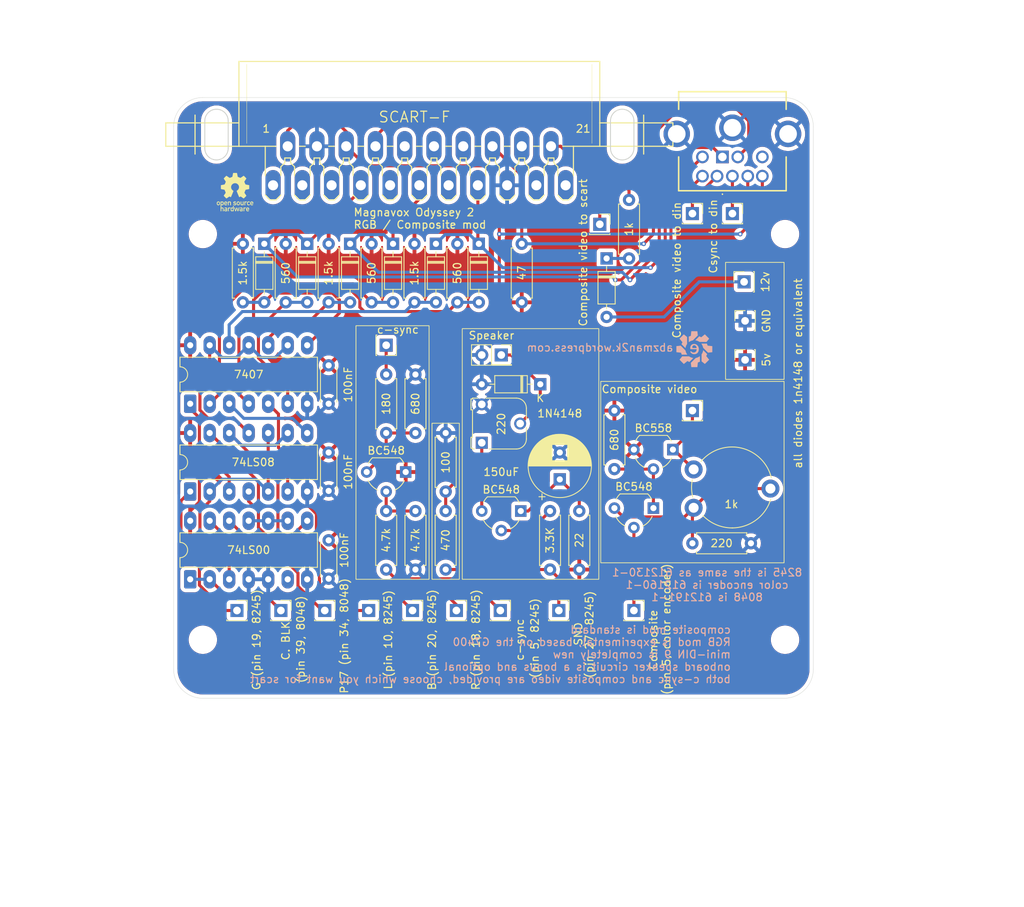
<source format=kicad_pcb>
(kicad_pcb (version 20241229) (generator "pcbnew") (generator_version "9.0")
  (layers (0 "F.Cu" signal) (2 "B.Cu" signal) (13 "F.Paste" user) (15 "B.Paste" user) (5 "F.SilkS" user "F.Silkscreen") (7 "B.SilkS" user "B.Silkscreen") (1 "F.Mask" user) (3 "B.Mask" user) (25 "Edge.Cuts" user))
  (net 0 "")
  (net 1 "+5V")
  (net 2 "GND")
  (net 3 "Net-(Q4-C)")
  (net 4 "Net-(D1-A)")
  (net 5 "Blue")
  (net 6 "Net-(D2-A)")
  (net 7 "Net-(D3-A)")
  (net 8 "Green")
  (net 9 "Net-(D4-A)")
  (net 10 "Red")
  (net 11 "Net-(D5-A)")
  (net 12 "Net-(D6-A)")
  (net 13 "+12V")
  (net 14 "Net-(D7-K)")
  (net 15 "Net-(D8-K)")
  (net 17 "left")
  (net 18 "Composite")
  (net 19 "fast switch")
  (net 20 "csync")
  (net 21 "Net-(J2-Pin_1)")
  (net 22 "Net-(J3-Pin_1)")
  (net 23 "Net-(J4-Pin_1)")
  (net 24 "Net-(J5-Pin_1)")
  (net 25 "Net-(J6-Pin_1)")
  (net 26 "Net-(J7-Pin_1)")
  (net 27 "Net-(J8-Pin_1)")
  (net 28 "Net-(J9-Pin_1)")
  (net 29 "Net-(J10-Pin_1)")
  (net 30 "Net-(J11-Pin_1)")
  (net 31 "Net-(J12-Pin_1)")
  (net 32 "Net-(Q1-B)")
  (net 33 "Net-(Q1-E)")
  (net 34 "Net-(Q2-E)")
  (net 35 "Net-(Q2-C)")
  (net 36 "Net-(Q4-B)")
  (net 37 "Net-(Q4-E)")
  (net 38 "function switch")
  (net 39 "Net-(U1-Pad3)")
  (net 40 "Net-(U1-Pad1)")
  (net 41 "Net-(U1-Pad5)")
  (net 42 "Net-(U1-Pad11)")
  (net 43 "Net-(U2-Pad13)")
  (net 44 "Net-(U2-Pad12)")
  (net 45 "Net-(U3-Pad10)")
  (net 58 "Composite_DIN")
  (footprint "Package_TO_SOT_THT:TO-92_Wide" (layer "F.Cu") (at 190.5 90.297 180)
    (property "Reference" "Q3" (hide yes))
    (property "Value" "BC558")
  )
  (footprint "Resistor_THT:R_Axial_DIN0207_L6.3mm_D2.5mm_P7.62mm_Horizontal" (layer "F.Cu") (at 170.815 63.5 -90)
    (property "Reference" "R3" (hide yes))
    (property "Value" "47")
  )
  (footprint "Connector_PinSocket_2.54mm:PinSocket_1x01_P2.54mm_Vertical" (layer "F.Cu") (at 193.04 85.217)
    (property "Reference" "J12" (hide yes))
    (property "Value" "Composite video")
  )
  (footprint "MountingHole:MountingHole_3.2mm_M3" (layer "F.Cu") (at 129.286 62.23)
    (property "Reference" "REF**" (hide yes))
    (property "Value" "MountingHole_3.2mm_M3")
  )
  (footprint "Evan's parts:KMDGX9SBS1" (layer "F.Cu") (at 196.947 52.187 180)
    (property "Reference" "J1" (hide yes))
    (property "Value" "KMDGX-9S-BS-1" (hide yes))
  )
  (footprint "MountingHole:MountingHole_3.2mm_M3" (layer "F.Cu") (at 129.286 115.062)
    (property "Reference" "REF**" (hide yes))
    (property "Value" "MountingHole_3.2mm_M3")
  )
  (footprint "Diode_THT:D_DO-35_SOD27_P7.62mm_Horizontal" (layer "F.Cu") (at 137.287 63.5 -90)
    (property "Reference" "D1" (hide yes))
    (property "Value" "1N4148" (hide yes))
  )
  (footprint "Resistor_THT:R_Axial_DIN0207_L6.3mm_D2.5mm_P7.62mm_Horizontal" (layer "F.Cu") (at 156.972 80.518 -90)
    (property "Reference" "R6" (hide yes))
    (property "Value" "680")
  )
  (footprint "Capacitor_THT:C_Disc_D4.3mm_W1.9mm_P5.00mm" (layer "F.Cu") (at 145.669 90.678 -90)
    (property "Reference" "C2" (hide yes))
    (property "Value" "100nF")
  )
  (footprint "Resistor_THT:R_Axial_DIN0207_L6.3mm_D2.5mm_P7.62mm_Horizontal" (layer "F.Cu") (at 156.845 71.12 90)
    (property "Reference" "R13" (hide yes))
    (property "Value" "1.5k")
  )
  (footprint "Resistor_THT:R_Axial_DIN0207_L6.3mm_D2.5mm_P7.62mm_Horizontal" (layer "F.Cu") (at 174.498 105.918 90)
    (property "Reference" "R17" (hide yes))
    (property "Value" "3.3K")
  )
  (footprint "Resistor_THT:R_Axial_DIN0207_L6.3mm_D2.5mm_P7.62mm_Horizontal" (layer "F.Cu") (at 184.785 57.785 -90)
    (property "Reference" "R4" (hide yes))
    (property "Value" "1k")
  )
  (footprint "Resistor_THT:R_Axial_DIN0207_L6.3mm_D2.5mm_P7.62mm_Horizontal" (layer "F.Cu") (at 145.669 71.12 90)
    (property "Reference" "R11" (hide yes))
    (property "Value" "1.5k")
  )
  (footprint "Evan's parts:OSHW gear" (layer "F.Cu") (at 133.477 56.769)
    (property "Reference" "G***" (hide yes))
    (property "Value" "LOGO" (hide yes))
  )
  (footprint "Connector_PinSocket_2.54mm:PinSocket_1x01_P2.54mm_Vertical" (layer "F.Cu") (at 199.898 78.613 90)
    (property "Reference" "J14" (hide yes))
    (property "Value" "5v")
  )
  (footprint "Package_DIP:DIP-14_W7.62mm_LongPads" (layer "F.Cu") (at 127.635 84.328 90)
    (property "Reference" "U1" (hide yes))
    (property "Value" "7407")
  )
  (footprint "Resistor_THT:R_Axial_DIN0207_L6.3mm_D2.5mm_P7.62mm_Horizontal" (layer "F.Cu") (at 160.909 98.298 -90)
    (property "Reference" "R2" (hide yes))
    (property "Value" "470")
  )
  (footprint "Potentiometer_THT:Potentiometer_Runtron_RM-065_Vertical" (layer "F.Cu") (at 165.608 89.408 90)
    (property "Reference" "RV2" (hide yes))
    (property "Value" "220")
  )
  (footprint "Resistor_THT:R_Axial_DIN0207_L6.3mm_D2.5mm_P7.62mm_Horizontal" (layer "F.Cu") (at 153.162 98.298 -90)
    (property "Reference" "R7" (hide yes))
    (property "Value" "4.7k")
  )
  (footprint "Package_DIP:DIP-14_W7.62mm_LongPads" (layer "F.Cu") (at 127.635 95.758 90)
    (property "Reference" "U2" (hide yes))
    (property "Value" "74LS08")
  )
  (footprint "Package_TO_SOT_THT:TO-92_Wide" (layer "F.Cu") (at 155.702 93.218 180)
    (property "Reference" "Q1" (hide yes))
    (property "Value" "BC548")
  )
  (footprint "Connector_PinSocket_2.54mm:PinSocket_1x01_P2.54mm_Vertical" (layer "F.Cu") (at 180.975 60.96)
    (property "Reference" "J13" (hide yes))
    (property "Value" "Composite video to scart")
  )
  (footprint "Capacitor_THT:C_Disc_D4.3mm_W1.9mm_P5.00mm" (layer "F.Cu") (at 145.669 79.328 -90)
    (property "Reference" "C1" (hide yes))
    (property "Value" "100nF")
  )
  (footprint "Resistor_THT:R_Axial_DIN0207_L6.3mm_D2.5mm_P7.62mm_Horizontal" (layer "F.Cu") (at 162.433 71.12 90)
    (property "Reference" "R14" (hide yes))
    (property "Value" "560")
  )
  (footprint "Connector_PinSocket_2.54mm:PinSocket_1x01_P2.54mm_Vertical" (layer "F.Cu") (at 139.446 111.252)
    (property "Reference" "J3" (hide yes))
    (property "Value" "C. BLK")
  )
  (footprint "MountingHole:MountingHole_3.2mm_M3" (layer "F.Cu") (at 205.105 115.062)
    (property "Reference" "REF**" (hide yes))
    (property "Value" "MountingHole_3.2mm_M3")
  )
  (footprint "Connector_PinSocket_2.54mm:PinSocket_1x01_P2.54mm_Vertical" (layer "F.Cu") (at 199.771 68.453 90)
    (property "Reference" "J15" (hide yes))
    (property "Value" "12v")
  )
  (footprint "Package_TO_SOT_THT:TO-92_Wide" (layer "F.Cu") (at 187.96 97.917 180)
    (property "Reference" "Q2" (hide yes))
    (property "Value" "BC548")
  )
  (footprint "Diode_THT:D_DO-35_SOD27_P7.62mm_Horizontal" (layer "F.Cu") (at 159.639 63.5 -90)
    (property "Reference" "D6" (hide yes))
    (property "Value" "1N4148" (hide yes))
  )
  (footprint "Connector_PinSocket_2.54mm:PinSocket_1x01_P2.54mm_Vertical" (layer "F.Cu") (at 185.42 111.252)
    (property "Reference" "J9" (hide yes))
    (property "Value" "Composite")
  )
  (footprint "Connector_PinSocket_2.54mm:PinSocket_1x01_P2.54mm_Vertical" (layer "F.Cu") (at 133.731 111.252)
    (property "Reference" "J7" (hide yes))
    (property "Value" "G (pin 19, 8245)")
  )
  (footprint "Capacitor_THT:C_Disc_D4.3mm_W1.9mm_P5.00mm" (layer "F.Cu") (at 145.669 102.108 -90)
    (property "Reference" "C3" (hide yes))
    (property "Value" "100nF")
  )
  (footprint "Diode_THT:D_DO-35_SOD27_P7.62mm_Horizontal" (layer "F.Cu") (at 142.875 63.5 -90)
    (property "Reference" "D2" (hide yes))
    (property "Value" "1N4148" (hide yes))
  )
  (footprint "Potentiometer_THT:Potentiometer_Piher_PT-10-V10_Vertical" (layer "F.Cu") (at 193.2 97.877)
    (property "Reference" "RV1" (hide yes))
    (property "Value" "1k")
  )
  (footprint "Connector_PinSocket_2.54mm:PinSocket_1x01_P2.54mm_Vertical" (layer "F.Cu") (at 199.898 73.533 90)
    (property "Reference" "J16" (hide yes))
    (property "Value" "GND")
  )
  (footprint "Diode_THT:D_DO-35_SOD27_P7.62mm_Horizontal" (layer "F.Cu") (at 181.864 65.405 -90)
    (property "Reference" "D7" (hide yes))
    (property "Value" "1N4148" (hide yes))
  )
  (footprint "Connector_PinSocket_2.54mm:PinSocket_1x01_P2.54mm_Vertical" (layer "F.Cu") (at 175.641 111.252)
    (property "Reference" "J2" (hide yes))
    (property "Value" "SND")
  )
  (footprint "Resistor_THT:R_Axial_DIN0207_L6.3mm_D2.5mm_P7.62mm_Horizontal" (layer "F.Cu") (at 178.308 98.298 -90)
    (property "Reference" "R18" (hide yes))
    (property "Value" "22")
  )
  (footprint "Connector_PinSocket_2.54mm:PinSocket_1x01_P2.54mm_Vertical" (layer "F.Cu") (at 193.04 59.563)
    (property "Reference" "J19" (hide yes))
    (property "Value" "Composite video to din")
  )
  (footprint "MountingHole:MountingHole_3.2mm_M3" (layer "F.Cu") (at 205.105 62.23)
    (property "Reference" "REF**" (hide yes))
    (property "Value" "MountingHole_3.2mm_M3")
  )
  (footprint "Resistor_THT:R_Axial_DIN0207_L6.3mm_D2.5mm_P7.62mm_Horizontal" (layer "F.Cu") (at 160.909 95.758 90)
    (property "Reference" "R1" (hide yes))
    (property "Value" "100")
  )
  (footprint "Resistor_THT:R_Axial_DIN0207_L6.3mm_D2.5mm_P7.62mm_Horizontal" (layer "F.Cu") (at 134.493 71.12 90)
    (property "Reference" "R10" (hide yes))
    (property "Value" "1.5k")
  )
  (footprint "Resistor_THT:R_Axial_DIN0207_L6.3mm_D2.5mm_P7.62mm_Horizontal" (layer "F.Cu") (at 140.081 71.12 90)
    (property "Reference" "R9" (hide yes))
    (property "Value" "560")
  )
  (footprint "Connector_PinSocket_2.54mm:PinSocket_1x01_P2.54mm_Vertical" (layer "F.Cu") (at 168.021 111.252)
    (property "Reference" "J10" (hide yes))
    (property "Value" "c-sync")
  )
  (footprint "Connector_PinSocket_2.54mm:PinSocket_1x01_P2.54mm_Vertical" (layer "F.Cu") (at 150.876 111.252)
    (property "Reference" "J4" (hide yes))
    (property "Value" "L (pin 10, 8245)")
  )
  (footprint "Connector_PinSocket_2.54mm:PinSocket_2x01_P2.54mm_Vertical" (layer "F.Cu") (at 168.148 77.978)
    (property "Reference" "LS1" (hide yes))
    (property "Value" "Speaker")
  )
  (footprint "Resistor_THT:R_Axial_DIN0207_L6.3mm_D2.5mm_P7.62mm_Horizontal" (layer "F.Cu") (at 156.972 105.918 90)
    (property "Reference" "R8" (hide yes))
    (property "Value" "4.7k")
  )
  (footprint "Resistor_THT:R_Axial_DIN0207_L6.3mm_D2.5mm_P7.62mm_Horizontal" (layer "F.Cu") (at 153.162 80.518 -90)
    (property "Reference" "R5" (hide yes))
    (property "Value" "180")
  )
  (footprint "Package_DIP:DIP-14_W7.62mm_LongPads" (layer "F.Cu") (at 127.635 107.188 90)
    (property "Reference" "U3" (hide yes))
    (property "Value" "74LS00")
  )
  (footprint "Diode_THT:D_DO-35_SOD27_P7.62mm_Horizontal" (layer "F.Cu") (at 154.051 63.5 -90)
    (property "Reference" "D3" (hide yes))
    (property "Value" "1N4148" (hide yes))
  )
  (footprint "Capacitor_THT:CP_Radial_D8.0mm_P3.50mm" (layer "F.Cu") (at 175.768 94.178 90)
    (property "Reference" "C4" (hide yes))
    (property "Value" "150uF")
  )
  (footprint "Resistor_THT:R_Axial_DIN0207_L6.3mm_D2.5mm_P7.62mm_Horizontal" (layer "F.Cu") (at 182.88 92.837 90)
    (property "Reference" "R16" (hide yes))
    (property "Value" "680")
  )
  (footprint "Connector_PinSocket_2.54mm:PinSocket_1x01_P2.54mm_Vertical" (layer "F.Cu") (at 145.161 111.252)
    (property "Reference" "J5" (hide yes))
    (property "Value" "P17 (pin 34, 8048)")
  )
  (footprint "Package_TO_SOT_THT:TO-92_Wide" (layer "F.Cu") (at 170.688 98.298 180)
    (property "Reference" "Q4" (hide yes))
    (property "Value" "BC548")
  )
  (footprint "Diode_THT:D_DO-35_SOD27_P7.62mm_Horizontal" (layer "F.Cu") (at 148.463 63.5 -90)
    (property "Reference" "D4" (hide yes))
    (property "Value" "1N4148" (hide yes))
  )
  (footprint "Diode_THT:D_DO-35_SOD27_P7.62mm_Horizontal" (layer "F.Cu") (at 165.227 63.5 -90)
    (property "Reference" "D5" (hide yes))
    (property "Value" "1N4148" (hide yes))
  )
  (footprint "Connector_PinSocket_2.54mm:PinSocket_1x01_P2.54mm_Vertical" (layer "F.Cu") (at 156.591 111.252)
    (property "Reference" "J8" (hide yes))
    (property "Value" "B (pin 20, 8245)")
  )
  (footprint "Connector_PinSocket_2.54mm:PinSocket_1x01_P2.54mm_Vertical" (layer "F.Cu") (at 198.247 59.563)
    (property "Reference" "J18" (hide yes))
    (property "Value" "Csync to din")
  )
  (footprint "Connector_PinSocket_2.54mm:PinSocket_1x01_P2.54mm_Vertical" (layer "F.Cu") (at 153.162 76.708 -90)
    (property "Reference" "J11" (hide yes))
    (property "Value" "c-sync")
  )
  (footprint "Resistor_THT:R_Axial_DIN0207_L6.3mm_D2.5mm_P7.62mm_Horizontal" (layer "F.Cu") (at 200.66 102.497 180)
    (property "Reference" "R15" (hide yes))
    (property "Value" "220")
  )
  (footprint "Resistor_THT:R_Axial_DIN0207_L6.3mm_D2.5mm_P7.62mm_Horizontal" (layer "F.Cu") (at 151.257 71.12 90)
    (property "Reference" "R12" (hide yes))
    (property "Value" "560")
  )
  (footprint "Connector_PinSocket_2.54mm:PinSocket_1x01_P2.54mm_Vertical" (layer "F.Cu") (at 162.306 111.252)
    (property "Reference" "J6" (hide yes))
    (property "Value" "R (pin 18, 8245)")
  )
  (footprint "Evan's parts:scart F" (layer "F.Cu") (at 138.48 55.8 180)
    (property "Reference" "J17" (hide yes))
    (property "Value" "SCART-F" (hide yes))
    (fp_line (start 8.94 4.746) (end 8.94 8.302) (stroke (width 0.12)) (layer "Edge.Cuts"))
    (fp_line (start 5.892 8.302) (end 5.892 4.746) (stroke (width 0.12)) (layer "Edge.Cuts"))
    (fp_line (start -43.892 4.746) (end -43.892 8.302) (stroke (width 0.12)) (layer "Edge.Cuts"))
    (fp_line (start -46.94 4.746) (end -46.94 8.302) (stroke (width 0.12)) (layer "Edge.Cuts"))
    (fp_arc (start 8.94 8.302) (mid 7.416 9.826) (end 5.892 8.302) (stroke (width 0.12)) (layer "Edge.Cuts"))
    (fp_arc (start 5.892 4.746) (mid 7.416 3.222) (end 8.94 4.746) (stroke (width 0.12)) (layer "Edge.Cuts"))
    (fp_arc (start -43.892 8.302) (mid -45.416 9.826) (end -46.94 8.302) (stroke (width 0.12)) (layer "Edge.Cuts"))
    (fp_arc (start -46.94 4.746) (mid -45.416 3.222) (end -43.892 4.746) (stroke (width 0.12)) (layer "Edge.Cuts"))
  )
  (footprint "Diode_THT:D_DO-35_SOD27_P7.62mm_Horizontal" (layer "F.Cu") (at 173.228 81.788 180)
    (property "Reference" "D8" (hide yes))
    (property "Value" "1N4148")
  )
  (footprint "Evan's parts:Evan Logo" (layer "B.Cu") (at 193.294 77.216 180)
    (property "Reference" "G***" (hide yes))
    (property "Value" "LOGO" (hide yes))
  )
  (gr_rect (start 163.068 74.549) (end 180.848 107.188) (stroke (width 0.1)) (fill no) (layer "F.SilkS"))
  (gr_rect (start 159.131 86.868) (end 162.687 107.188) (stroke (width 0.1)) (fill no) (layer "F.SilkS"))
  (gr_rect (start 197.358 65.913) (end 204.978 81.153) (stroke (width 0.1)) (fill no) (layer "F.SilkS"))
  (gr_rect (start 149.225 74.168) (end 158.75 107.188) (stroke (width 0.1)) (fill no) (layer "F.SilkS"))
  (gr_rect (start 181.102 81.415) (end 204.978 105.037) (stroke (width 0.1)) (fill no) (layer "F.SilkS"))
  (gr_line (start 208.788 118.872) (end 208.788 48.26) (stroke (width 0.05)) (layer "Edge.Cuts"))
  (gr_arc (start 125.476 48.26) (mid 126.591923 45.565923) (end 129.286 44.45) (stroke (width 0.05)) (layer "Edge.Cuts"))
  (gr_arc (start 204.978 44.45) (mid 207.672077 45.565923) (end 208.788 48.26) (stroke (width 0.05)) (layer "Edge.Cuts"))
  (gr_line (start 129.286 122.682) (end 204.978 122.682) (stroke (width 0.05)) (layer "Edge.Cuts"))
  (gr_line (start 129.286 44.45) (end 204.978 44.45) (stroke (width 0.05)) (layer "Edge.Cuts"))
  (gr_arc (start 129.286 122.682) (mid 126.591923 121.566077) (end 125.476 118.872) (stroke (width 0.05)) (layer "Edge.Cuts"))
  (gr_line (start 125.476 48.26) (end 125.476 118.872) (stroke (width 0.05)) (layer "Edge.Cuts"))
  (gr_arc (start 208.788 118.872) (mid 207.672077 121.566077) (end 204.978 122.682) (stroke (width 0.05)) (layer "Edge.Cuts"))
  (gr_text "(pin 39, 8048)" (at 142.621 120.777 90) (layer "F.SilkS") (effects (font (size 1 1)) (justify left bottom)))
  (gr_text "all diodes 1n4148 or equivalent" (at 207.391 92.837 90) (layer "F.SilkS") (effects (font (size 1 1)) (justify left bottom)))
  (gr_text "(pin 27, 8245)" (at 180.213 120.142 90) (layer "F.SilkS") (effects (font (size 1 1)) (justify left bottom)))
  (gr_text "(pin 5, 8245)" (at 173.101 120.142 90) (layer "F.SilkS") (effects (font (size 1 1)) (justify left bottom)))
  (gr_text "(pin 5, color encoder)" (at 190.246 122.309 90) (layer "F.SilkS") (effects (font (size 1 1)) (justify left bottom)))
  (gr_text "Magnavox Odyssey 2\nRGB / Composite mod" (at 148.844 61.595 0) (layer "F.SilkS") (effects (font (size 1 1)) (justify left bottom)))
  (gr_text "composite mod is standard\nRGB mod is experimental, based on the G7400\nmini-DIN 9 is completely new\nonboard speaker circuit is a bonus and optional\nboth c-sync and composite video are provided, choose which you want for scart" (at 198.12 120.777 0) (layer "B.SilkS") (effects (font (size 1 1)) (justify left bottom mirror)))
  (gr_text "8245 is the same as 612130-1\ncolor encoder is 612160-1\n8048 is 612191-1" (at 194.945 110.109 0) (layer "B.SilkS") (effects (font (size 1 1)) (justify bottom mirror)))
  (gr_text "abzman2k.wordpress.com" (at 190.627 77.597 0) (layer "B.SilkS") (effects (font (size 1 1)) (justify left bottom mirror)))
  (segment (start 127.635 90.747) (end 128.836 91.948) (width 0.4) (layer "F.Cu") (net 1))
  (segment (start 127.635 99.568) (end 127.635 98.298) (width 0.4) (layer "F.Cu") (net 1))
  (segment (start 128.836 97.097) (end 128.836 91.948) (width 0.4) (layer "F.Cu") (net 1))
  (segment (start 127.635 88.138) (end 127.635 90.747) (width 0.4) (layer "F.Cu") (net 1))
  (segment (start 127.635 98.298) (end 128.836 97.097) (width 0.4) (layer "F.Cu") (net 1))
  (segment (start 178.308 96.718) (end 175.768 94.178) (width 0.4) (layer "F.Cu") (net 3))
  (segment (start 170.688 98.298) (end 171.648 98.298) (width 0.4) (layer "F.Cu") (net 3))
  (segment (start 178.308 98.298) (end 178.308 96.718) (width 0.4) (layer "F.Cu") (net 3))
  (segment (start 171.648 98.298) (end 175.768 94.178) (width 0.4) (layer "F.Cu") (net 3))
  (segment (start 142.875 76.708) (end 147.066 72.517) (width 0.4) (layer "F.Cu") (net 4))
  (segment (start 147.066 72.517) (end 147.066 70.818529) (width 0.4) (layer "F.Cu") (net 4))
  (segment (start 146.166471 69.919) (end 138.488 69.919) (width 0.4) (layer "F.Cu") (net 4))
  (segment (start 147.066 70.818529) (end 146.166471 69.919) (width 0.4) (layer "F.Cu") (net 4))
  (segment (start 138.488 69.919) (end 137.287 71.12) (width 0.4) (layer "F.Cu") (net 4))
  (segment (start 134.493 71.12) (end 137.287 71.12) (width 0.4) (layer "B.Cu") (net 4))
  (segment (start 183.007 68.199) (end 183.769 68.199) (width 0.4) (layer "F.Cu") (net 5))
  (segment (start 183.769 68.199) (end 188.722 63.246) (width 0.4) (layer "F.Cu") (net 5))
  (segment (start 149.86 56.515) (end 149.86 55.88) (width 0.4) (layer "F.Cu") (net 5))
  (segment (start 188.722 63.246) (end 188.722 55.245) (width 0.4) (layer "F.Cu") (net 5))
  (segment (start 193.006 50.961) (end 195.721 50.961) (width 0.4) (layer "F.Cu") (net 5))
  (segment (start 142.875 63.5) (end 149.86 56.515) (width 0.4) (layer "F.Cu") (net 5))
  (segment (start 188.722 55.245) (end 193.006 50.961) (width 0.4) (layer "F.Cu") (net 5))
  (segment (start 195.721 50.961) (end 196.947 52.187) (width 0.4) (layer "F.Cu") (net 5))
  (via (at 183.007 68.199) (size 0.6) (drill 0.3) (layers "F.Cu" "B.Cu") (net 5))
  (segment (start 182.616 67.808) (end 183.007 68.199) (width 0.4) (layer "B.Cu") (net 5))
  (segment (start 138.488 62.299) (end 137.287 63.5) (width 0.4) (layer "B.Cu") (net 5))
  (segment (start 137.287 63.5) (end 141.605 67.818) (width 0.4) (layer "B.Cu") (net 5))
  (segment (start 161.3 67.808) (end 182.118 67.808) (width 0.4) (layer "B.Cu") (net 5))
  (segment (start 160.909 67.818) (end 161.29 67.818) (width 0.4) (layer "B.Cu") (net 5))
  (segment (start 141.674 62.299) (end 138.488 62.299) (width 0.4) (layer "B.Cu") (net 5))
  (segment (start 161.29 67.818) (end 161.3 67.808) (width 0.4) (layer "B.Cu") (net 5))
  (segment (start 182.118 67.808) (end 182.616 67.808) (width 0.4) (layer "B.Cu") (net 5))
  (segment (start 141.605 67.818) (end 160.909 67.818) (width 0.4) (layer "B.Cu") (net 5))
  (segment (start 142.875 63.5) (end 141.674 62.299) (width 0.4) (layer "B.Cu") (net 5))
  (segment (start 136.525 74.676) (end 140.081 71.12) (width 0.4) (layer "F.Cu") (net 6))
  (segment (start 136.525 78.359) (end 136.525 74.676) (width 0.4) (layer "F.Cu") (net 6))
  (segment (start 140.335 82.169) (end 136.525 78.359) (width 0.4) (layer "F.Cu") (net 6))
  (segment (start 140.335 84.328) (end 140.335 82.169) (width 0.4) (layer "F.Cu") (net 6))
  (segment (start 140.081 71.12) (end 142.875 71.12) (width 0.4) (layer "B.Cu") (net 6))
  (segment (start 135.19753 68.717) (end 131.445 72.469529) (width 0.4) (layer "F.Cu") (net 7))
  (segment (start 131.445 72.469529) (end 131.445 83.058) (width 0.4) (layer "F.Cu") (net 7))
  (segment (start 151.257 71.12) (end 148.854 68.717) (width 0.4) (layer "F.Cu") (net 7))
  (segment (start 148.854 68.717) (end 135.19753 68.717) (width 0.4) (layer "F.Cu") (net 7))
  (segment (start 131.445 83.058) (end 130.175 84.328) (width 0.4) (layer "F.Cu") (net 7))
  (segment (start 151.257 71.12) (end 154.051 71.12) (width 0.4) (layer "B.Cu") (net 7))
  (segment (start 184.912 68.199) (end 189.4975 63.6135) (width 0.4) (layer "F.Cu") (net 8))
  (segment (start 157.48 57.658) (end 157.48 55.88) (width 0.4) (layer "F.Cu") (net 8))
  (segment (start 189.4975 63.6135) (end 189.4975 57.0365) (width 0.4) (layer "F.Cu") (net 8))
  (segment (start 194.347 52.187) (end 189.4975 57.0365) (width 0.4) (layer "F.Cu") (net 8))
  (segment (start 154.051 63.5) (end 154.051 61.087) (width 0.4) (layer "F.Cu") (net 8))
  (segment (start 154.051 61.087) (end 157.48 57.658) (width 0.4) (layer "F.Cu") (net 8))
  (via (at 184.912 68.199) (size 0.6) (drill 0.3) (layers "F.Cu" "B.Cu") (net 8))
  (segment (start 149.664 62.299) (end 148.463 63.5) (width 0.4) (layer "B.Cu") (net 8))
  (segment (start 154.051 63.5) (end 152.85 62.299) (width 0.4) (layer "B.Cu") (net 8))
  (segment (start 183.92 67.207) (end 184.912 68.199) (width 0.4) (layer "B.Cu") (net 8))
  (segment (start 152.85 62.299) (end 149.664 62.299) (width 0.4) (layer "B.Cu") (net 8))
  (segment (start 152.17 67.207) (end 183.92 67.207) (width 0.4) (layer "B.Cu") (net 8))
  (segment (start 148.463 63.5) (end 152.17 67.207) (width 0.4) (layer "B.Cu") (net 8))
  (segment (start 145.669 71.12) (end 143.129 73.66) (width 0.4) (layer "F.Cu") (net 9))
  (segment (start 143.129 73.66) (end 139.954 73.66) (width 0.4) (layer "F.Cu") (net 9))
  (segment (start 137.795 75.819) (end 137.795 76.708) (width 0.4) (layer "F.Cu") (net 9))
  (segment (start 139.954 73.66) (end 137.795 75.819) (width 0.4) (layer "F.Cu") (net 9))
  (segment (start 145.669 71.12) (end 148.463 71.12) (width 0.4) (layer "B.Cu") (net 9))
  (segment (start 165.1 55.88) (end 165.1 63.373) (width 0.4) (layer "F.Cu") (net 10))
  (segment (start 187.579 66.606) (end 190.246 63.939) (width 0.4) (layer "F.Cu") (net 10))
  (segment (start 190.246 63.939) (end 190.246 63.627) (width 0.4) (layer "F.Cu") (net 10))
  (segment (start 190.246 58.788) (end 190.246 59.182) (width 0.4) (layer "F.Cu") (net 10))
  (segment (start 194.347 54.687) (end 190.246 58.788) (width 0.4) (layer "F.Cu") (net 10))
  (segment (start 165.1 63.373) (end 165.227 63.5) (width 0.4) (layer "F.Cu") (net 10))
  (segment (start 190.246 59.182) (end 190.246 63.627) (width 0.4) (layer "F.Cu") (net 10))
  (via (at 187.579 66.606) (size 0.6) (drill 0.3) (layers "F.Cu" "B.Cu") (net 10))
  (segment (start 164.026 62.299) (end 160.84 62.299) (width 0.4) (layer "B.Cu") (net 10))
  (segment (start 165.227 63.5) (end 168.333 66.606) (width 0.4) (layer "B.Cu") (net 10))
  (segment (start 168.333 66.606) (end 187.579 66.606) (width 0.4) (layer "B.Cu") (net 10))
  (segment (start 160.84 62.299) (end 159.639 63.5) (width 0.4) (layer "B.Cu") (net 10))
  (segment (start 165.227 63.5) (end 164.026 62.299) (width 0.4) (layer "B.Cu") (net 10))
  (segment (start 149.733 70.691529) (end 148.359471 69.318) (width 0.4) (layer "F.Cu") (net 11))
  (segment (start 137.390529 69.318) (end 135.89 70.81853) (width 0.4) (layer "F.Cu") (net 11))
  (segment (start 150.299 72.321) (end 149.733 71.755) (width 0.4) (layer "F.Cu") (net 11))
  (segment (start 133.985 75.057) (end 133.985 83.058) (width 0.4) (layer "F.Cu") (net 11))
  (segment (start 161.232 72.321) (end 150.299 72.321) (width 0.4) (layer "F.Cu") (net 11))
  (segment (start 149.733 71.755) (end 149.733 70.691529) (width 0.4) (layer "F.Cu") (net 11))
  (segment (start 133.985 83.058) (end 135.255 84.328) (width 0.4) (layer "F.Cu") (net 11))
  (segment (start 148.359471 69.318) (end 137.390529 69.318) (width 0.4) (layer "F.Cu") (net 11))
  (segment (start 162.433 71.12) (end 161.232 72.321) (width 0.4) (layer "F.Cu") (net 11))
  (segment (start 135.89 73.152) (end 133.985 75.057) (width 0.4) (layer "F.Cu") (net 11))
  (segment (start 135.89 70.81853) (end 135.89 73.152) (width 0.4) (layer "F.Cu") (net 11))
  (segment (start 162.433 71.12) (end 165.227 71.12) (width 0.4) (layer "B.Cu") (net 11))
  (segment (start 156.845 71.12) (end 155.644 72.321) (width 0.4) (layer "B.Cu") (net 12))
  (segment (start 156.845 71.12) (end 159.639 71.12) (width 0.4) (layer "B.Cu") (net 12))
  (segment (start 155.644 72.321) (end 134.435 72.321) (width 0.4) (layer "B.Cu") (net 12))
  (segment (start 134.435 72.321) (end 132.715 74.041) (width 0.4) (layer "B.Cu") (net 12))
  (segment (start 132.715 74.041) (end 132.715 76.708) (width 0.4) (layer "B.Cu") (net 12))
  (segment (start 189.357 73.025) (end 193.929 68.453) (width 0.4) (layer "B.Cu") (net 13))
  (segment (start 181.864 73.025) (end 189.357 73.025) (width 0.4) (layer "B.Cu") (net 13))
  (segment (start 193.929 68.453) (end 199.771 68.453) (width 0.4) (layer "B.Cu") (net 13))
  (segment (start 184.785 65.405) (end 181.864 65.405) (width 0.4) (layer "B.Cu") (net 14))
  (segment (start 170.608 86.908) (end 173.228 84.288) (width 0.4) (layer "F.Cu") (net 15))
  (segment (start 168.148 77.978) (end 169.418 77.978) (width 0.4) (layer "F.Cu") (net 15))
  (segment (start 173.228 84.288) (end 173.228 81.788) (width 0.4) (layer "F.Cu") (net 15))
  (segment (start 169.418 77.978) (end 173.228 81.788) (width 0.4) (layer "F.Cu") (net 15))
  (segment (start 147.955 48.895) (end 147.955 50.8) (width 0.4) (layer "F.Cu") (net 17))
  (segment (start 166.116 53.34) (end 150.495 53.34) (width 0.4) (layer "F.Cu") (net 17))
  (segment (start 202.147 54.687) (end 202.147 59.346) (width 0.4) (layer "F.Cu") (net 17))
  (segment (start 200.0885 61.4045) (end 199.263 62.23) (width 0.4) (layer "F.Cu") (net 17))
  (segment (start 200.247 61.246) (end 200.0885 61.4045) (width 0.4) (layer "F.Cu") (net 17))
  (segment (start 167.894 59.69) (end 167.005 58.801) (width 0.4) (layer "F.Cu") (net 17))
  (segment (start 160.909 98.298) (end 160.909 95.758) (width 0.4) (layer "F.Cu") (net 17))
  (segment (start 202.147 59.346) (end 200.0885 61.4045) (width 0.4) (layer "F.Cu") (net 17))
  (segment (start 146.05 46.99) (end 147.955 48.895) (width 0.4) (layer "F.Cu") (net 17))
  (segment (start 162.56 75.057) (end 164.211 73.406) (width 0.4) (layer "F.Cu") (net 17))
  (segment (start 166.497 73.406) (end 167.894 72.009) (width 0.4) (layer "F.Cu") (net 17))
  (segment (start 164.211 73.406) (end 166.497 73.406) (width 0.4) (layer "F.Cu") (net 17))
  (segment (start 167.005 58.801) (end 167.005 54.229) (width 0.4) (layer "F.Cu") (net 17))
  (segment (start 167.894 62.23) (end 167.894 59.69) (width 0.4) (layer "F.Cu") (net 17))
  (segment (start 140.335 50.8) (end 140.335 48.768) (width 0.4) (layer "F.Cu") (net 17))
  (segment (start 167.005 54.229) (end 166.116 53.34) (width 0.4) (layer "F.Cu") (net 17))
  (segment (start 162.56 94.107) (end 162.56 75.057) (width 0.4) (layer "F.Cu") (net 17))
  (segment (start 140.335 48.768) (end 142.113 46.99) (width 0.4) (layer "F.Cu") (net 17))
  (segment (start 200.247 54.687) (end 200.247 61.246) (width 0.4) (layer "F.Cu") (net 17))
  (segment (start 167.894 72.009) (end 167.894 62.23) (width 0.4) (layer "F.Cu") (net 17))
  (segment (start 160.909 95.758) (end 162.56 94.107) (width 0.4) (layer "F.Cu") (net 17))
  (segment (start 142.113 46.99) (end 146.05 46.99) (width 0.4) (layer "F.Cu") (net 17))
  (segment (start 150.495 53.34) (end 147.955 50.8) (width 0.4) (layer "F.Cu") (net 17))
  (via (at 167.894 62.23) (size 0.6) (drill 0.3) (layers "F.Cu" "B.Cu") (net 17))
  (via (at 199.263 62.23) (size 0.6) (drill 0.3) (layers "F.Cu" "B.Cu") (net 17))
  (segment (start 167.894 62.23) (end 199.263 62.23) (width 0.4) (layer "B.Cu") (net 17))
  (segment (start 174.625 50.8) (end 175.895 50.8) (width 0.4) (layer "F.Cu") (net 18))
  (segment (start 175.895 50.8) (end 180.975 55.88) (width 0.4) (layer "F.Cu") (net 18))
  (segment (start 180.975 55.88) (end 180.975 60.96) (width 0.4) (layer "F.Cu") (net 18))
  (segment (start 200.373 47.506381) (end 198.840619 45.974) (width 0.4) (layer "F.Cu") (net 19))
  (segment (start 187.96 62.23) (end 186.69 63.5) (width 0.4) (layer "F.Cu") (net 19))
  (segment (start 200.373 50.761) (end 200.373 47.506381) (width 0.4) (layer "F.Cu") (net 19))
  (segment (start 198.840619 45.974) (end 191.203381 45.974) (width 0.4) (layer "F.Cu") (net 19))
  (segment (start 198.947 52.187) (end 200.373 50.761) (width 0.4) (layer "F.Cu") (net 19))
  (segment (start 170.815 63.5) (end 170.815 54.61) (width 0.4) (layer "F.Cu") (net 19))
  (segment (start 191.203381 45.974) (end 187.96 49.217381) (width 0.4) (layer "F.Cu") (net 19))
  (segment (start 170.815 54.61) (end 167.005 50.8) (width 0.4) (layer "F.Cu") (net 19))
  (segment (start 187.96 49.217381) (end 187.96 62.23) (width 0.4) (layer "F.Cu") (net 19))
  (via (at 186.69 63.5) (size 0.6) (drill 0.3) (layers "F.Cu" "B.Cu") (net 19))
  (segment (start 186.69 63.5) (end 170.815 63.5) (width 0.4) (layer "B.Cu") (net 19))
  (segment (start 198.247 59.563) (end 198.247 54.687) (width 0.4) (layer "F.Cu") (net 20))
  (segment (start 160.909 105.918) (end 174.498 105.918) (width 0.4) (layer "F.Cu") (net 21))
  (segment (start 175.641 107.061) (end 174.498 105.918) (width 0.4) (layer "F.Cu") (net 21))
  (segment (start 174.498 105.918) (end 174.498 106.045) (width 0.4) (layer "F.Cu") (net 21))
  (segment (start 175.641 111.252) (end 175.641 107.061) (width 0.4) (layer "F.Cu") (net 21))
  (segment (start 139.446 111.252) (end 137.541 109.347) (width 0.4) (layer "F.Cu") (net 22))
  (segment (start 137.541 109.347) (end 132.334 109.347) (width 0.4) (layer "F.Cu") (net 22))
  (segment (start 132.334 109.347) (end 130.175 107.188) (width 0.4) (layer "F.Cu") (net 22))
  (segment (start 127.635 107.188) (end 130.175 107.188) (width 0.4) (layer "B.Cu") (net 22))
  (segment (start 132.715 99.568) (end 135.822 102.675) (width 0.4) (layer "F.Cu") (net 23))
  (segment (start 142.564 102.675) (end 144.468 104.579) (width 0.4) (layer "F.Cu") (net 23))
  (segment (start 144.468 104.579) (end 144.468 107.892) (width 0.4) (layer "F.Cu") (net 23))
  (segment (start 135.822 102.675) (end 142.564 102.675) (width 0.4) (layer "F.Cu") (net 23))
  (segment (start 144.468 107.892) (end 147.828 111.252) (width 0.4) (layer "F.Cu") (net 23))
  (segment (start 147.828 111.252) (end 150.876 111.252) (width 0.4) (layer "F.Cu") (net 23))
  (segment (start 133.883 103.276) (end 138.582 103.276) (width 0.4) (layer "F.Cu") (net 24))
  (segment (start 138.582 103.276) (end 141.674 106.368) (width 0.4) (layer "F.Cu") (net 24))
  (segment (start 141.674 106.368) (end 141.674 108.08547) (width 0.4) (layer "F.Cu") (net 24))
  (segment (start 144.84053 111.252) (end 145.161 111.252) (width 0.4) (layer "F.Cu") (net 24))
  (segment (start 141.674 108.08547) (end 144.84053 111.252) (width 0.4) (layer "F.Cu") (net 24))
  (segment (start 130.175 99.568) (end 133.883 103.276) (width 0.4) (layer "F.Cu") (net 24))
  (segment (start 162.306 110.514) (end 162.306 111.252) (width 0.4) (layer "F.Cu") (net 25))
  (segment (start 139.065 91.948) (end 139.065 97.028) (width 0.4) (layer "F.Cu") (net 25))
  (segment (start 139.065 97.028) (end 139.7 97.663) (width 0.4) (layer "F.Cu") (net 25))
  (segment (start 139.7 97.663) (end 143.06847 97.663) (width 0.4) (layer "F.Cu") (net 25))
  (segment (start 137.795 90.678) (end 139.065 91.948) (width 0.4) (layer "F.Cu") (net 25))
  (segment (start 143.06847 97.663) (end 144.076 98.67053) (width 0.4) (layer "F.Cu") (net 25))
  (segment (start 160.377 108.585) (end 162.306 110.514) (width 0.4) (layer "F.Cu") (net 25))
  (segment (start 144.076 102.213471) (end 150.447528 108.585) (width 0.4) (layer "F.Cu") (net 25))
  (segment (start 144.076 98.67053) (end 144.076 102.213471) (width 0.4) (layer "F.Cu") (net 25))
  (segment (start 150.447528 108.585) (end 160.377 108.585) (width 0.4) (layer "F.Cu") (net 25))
  (segment (start 137.795 88.138) (end 137.795 90.678) (width 0.4) (layer "F.Cu") (net 25))
  (segment (start 132.14053 111.252) (end 133.731 111.252) (width 0.4) (layer "F.Cu") (net 26))
  (segment (start 128.836 104.013) (end 128.836 107.94747) (width 0.4) (layer "F.Cu") (net 26))
  (segment (start 128.836 107.94747) (end 132.14053 111.252) (width 0.4) (layer "F.Cu") (net 26))
  (segment (start 126.434 101.611) (end 128.836 104.013) (width 0.4) (layer "F.Cu") (net 26))
  (segment (start 127.635 95.758) (end 126.434 96.959) (width 0.4) (layer "F.Cu") (net 26))
  (segment (start 126.434 96.959) (end 126.434 101.611) (width 0.4) (layer "F.Cu") (net 26))
  (segment (start 135.255 95.758) (end 135.255 97.028) (width 0.4) (layer "F.Cu") (net 27))
  (segment (start 154.686 109.347) (end 156.591 111.252) (width 0.4) (layer "F.Cu") (net 27))
  (segment (start 135.255 97.028) (end 136.525 98.298) (width 0.4) (layer "F.Cu") (net 27))
  (segment (start 150.359586 109.347) (end 154.686 109.347) (width 0.4) (layer "F.Cu") (net 27))
  (segment (start 143.086587 102.074) (end 150.359586 109.347) (width 0.4) (layer "F.Cu") (net 27))
  (segment (start 138.142 102.074) (end 143.086587 102.074) (width 0.4) (layer "F.Cu") (net 27))
  (segment (start 136.525 100.457) (end 138.142 102.074) (width 0.4) (layer "F.Cu") (net 27))
  (segment (start 136.525 98.298) (end 136.525 100.457) (width 0.4) (layer "F.Cu") (net 27))
  (segment (start 185.42 100.457) (end 185.42 111.252) (width 0.4) (layer "F.Cu") (net 28))
  (segment (start 154.363 107.119) (end 163.888 107.119) (width 0.4) (layer "F.Cu") (net 29))
  (segment (start 163.888 107.119) (end 168.021 111.252) (width 0.4) (layer "F.Cu") (net 29))
  (segment (start 153.162 105.918) (end 154.363 107.119) (width 0.4) (layer "F.Cu") (net 29))
  (segment (start 153.162 76.708) (end 153.162 80.518) (width 0.4) (layer "F.Cu") (net 30))
  (segment (start 193.04 85.217) (end 193.04 87.757) (width 0.4) (layer "F.Cu") (net 31))
  (segment (start 190.5 90.297) (end 190.62 90.297) (width 0.4) (layer "F.Cu") (net 31))
  (segment (start 190.62 90.297) (end 193.2 92.877) (width 0.4) (layer "F.Cu") (net 31))
  (segment (start 193.04 87.757) (end 190.5 90.297) (width 0.4) (layer "F.Cu") (net 31))
  (segment (start 153.162 98.298) (end 153.162 95.758) (width 0.4) (layer "F.Cu") (net 32))
  (segment (start 153.162 98.298) (end 156.972 98.298) (width 0.4) (layer "F.Cu") (net 32))
  (segment (start 150.622 93.218) (end 153.162 90.678) (width 0.4) (layer "F.Cu") (net 33))
  (segment (start 153.162 88.138) (end 156.972 88.138) (width 0.4) (layer "F.Cu") (net 33))
  (segment (start 153.162 90.678) (end 153.162 88.138) (width 0.4) (layer "F.Cu") (net 33))
  (segment (start 193.2 97.877) (end 192.009 99.068) (width 0.4) (layer "F.Cu") (net 34))
  (segment (start 203.2 95.377) (end 195.7 95.377) (width 0.4) (layer "F.Cu") (net 34))
  (segment (start 193.04 102.497) (end 193.04 98.037) (width 0.4) (layer "F.Cu") (net 34))
  (segment (start 192.009 99.068) (end 184.031 99.068) (width 0.4) (layer "F.Cu") (net 34))
  (segment (start 193.04 98.037) (end 193.2 97.877) (width 0.4) (layer "F.Cu") (net 34))
  (segment (start 195.7 95.377) (end 193.2 97.877) (width 0.4) (layer "F.Cu") (net 34))
  (segment (start 184.031 99.068) (end 182.88 97.917) (width 0.4) (layer "F.Cu") (net 34))
  (segment (start 187.96 92.837) (end 187.96 97.917) (width 0.4) (layer "F.Cu") (net 35))
  (segment (start 187.96 92.837) (end 182.88 92.837) (width 0.4) (layer "F.Cu") (net 35))
  (segment (start 171.958 100.838) (end 174.498 98.298) (width 0.4) (layer "F.Cu") (net 36))
  (segment (start 168.148 100.838) (end 171.958 100.838) (width 0.4) (layer "F.Cu") (net 36))
  (segment (start 165.608 98.298) (end 165.608 89.408) (width 0.4) (layer "F.Cu") (net 37))
  (segment (start 175.26 46.99) (end 154.305 46.99) (width 0.4) (layer "F.Cu") (net 38))
  (segment (start 151.765 49.53) (end 151.765 50.8) (width 0.4) (layer "F.Cu") (net 38))
  (segment (start 154.305 46.99) (end 151.765 49.53) (width 0.4) (layer "F.Cu") (net 38))
  (segment (start 184.785 57.785) (end 184.785 56.515) (width 0.4) (layer "F.Cu") (net 38))
  (segment (start 184.785 56.515) (end 175.26 46.99) (width 0.4) (layer "F.Cu") (net 38))
  (segment (start 132.715 84.328) (end 134.62 86.233) (width 0.4) (layer "B.Cu") (net 39))
  (segment (start 134.62 86.233) (end 140.97 86.233) (width 0.4) (layer "B.Cu") (net 39))
  (segment (start 140.97 86.233) (end 142.875 88.138) (width 0.4) (layer "B.Cu") (net 39))
  (segment (start 128.836 86.164) (end 128.836 89.974) (width 0.4) (layer "F.Cu") (net 40))
  (segment (start 127.635 84.963) (end 128.836 86.164) (width 0.4) (layer "F.Cu") (net 40))
  (segment (start 132.715 93.853) (end 132.715 95.758) (width 0.4) (layer "F.Cu") (net 40))
  (segment (start 128.836 89.974) (end 132.715 93.853) (width 0.4) (layer "F.Cu") (net 40))
  (segment (start 127.635 84.328) (end 127.635 84.963) (width 0.4) (layer "F.Cu") (net 40))
  (segment (start 139.134 85.667) (end 139.134 90.043) (width 0.4) (layer "F.Cu") (net 41))
  (segment (start 137.795 84.328) (end 139.134 85.667) (width 0.4) (layer "F.Cu") (net 41))
  (segment (start 140.335 91.244) (end 139.134 90.043) (width 0.4) (layer "F.Cu") (net 41))
  (segment (start 140.335 95.758) (end 140.335 91.244) (width 0.4) (layer "F.Cu") (net 41))
  (segment (start 130.175 79.248) (end 130.175 76.708) (width 0.4) (layer "F.Cu") (net 42))
  (segment (start 128.905 85.15647) (end 129.98153 86.233) (width 0.4) (layer "F.Cu") (net 42))
  (segment (start 133.35 86.233) (end 130.81 86.233) (width 0.4) (layer "F.Cu") (net 42))
  (segment (start 129.98153 86.233) (end 130.81 86.233) (width 0.4) (layer "F.Cu") (net 42))
  (segment (start 128.905 80.518) (end 128.905 85.15647) (width 0.4) (layer "F.Cu") (net 42))
  (segment (start 128.905 80.518) (end 130.175 79.248) (width 0.4) (layer "F.Cu") (net 42))
  (segment (start 135.255 88.138) (end 133.35 86.233) (width 0.4) (layer "F.Cu") (net 42))
  (segment (start 136.856 78.309) (end 138.734 78.309) (width 0.4) (layer "B.Cu") (net 42))
  (segment (start 135.255 76.708) (end 136.856 78.309) (width 0.4) (layer "B.Cu") (net 42))
  (segment (start 138.734 78.309) (end 140.335 76.708) (width 0.4) (layer "B.Cu") (net 42))
  (segment (start 130.175 76.708) (end 131.776 78.309) (width 0.4) (layer "B.Cu") (net 42))
  (segment (start 133.654 78.309) (end 135.255 76.708) (width 0.4) (layer "B.Cu") (net 42))
  (segment (start 131.776 78.309) (end 133.654 78.309) (width 0.4) (layer "B.Cu") (net 42))
  (segment (start 138.43 97.663) (end 137.16 97.663) (width 0.4) (layer "F.Cu") (net 43))
  (segment (start 136.525 97.028) (end 136.525 94.488) (width 0.4) (layer "F.Cu") (net 43))
  (segment (start 142.875 99.568) (end 140.97 101.473) (width 0.4) (layer "F.Cu") (net 43))
  (segment (start 139.065 100.838) (end 139.065 98.298) (width 0.4) (layer "F.Cu") (net 43))
  (segment (start 140.97 101.473) (end 139.7 101.473) (width 0.4) (layer "F.Cu") (net 43))
  (segment (start 139.065 98.298) (end 138.43 97.663) (width 0.4) (layer "F.Cu") (net 43))
  (segment (start 136.525 94.488) (end 130.175 88.138) (width 0.4) (layer "F.Cu") (net 43))
  (segment (start 137.16 97.663) (end 136.525 97.028) (width 0.4) (layer "F.Cu") (net 43))
  (segment (start 139.7 101.473) (end 139.065 100.838) (width 0.4) (layer "F.Cu") (net 43))
  (segment (start 132.715 105.283) (end 132.715 107.188) (width 0.4) (layer "F.Cu") (net 44))
  (segment (start 128.905 101.473) (end 132.715 105.283) (width 0.4) (layer "F.Cu") (net 44))
  (segment (start 132.715 88.138) (end 137.795 93.218) (width 0.4) (layer "F.Cu") (net 44))
  (segment (start 130.175 95.758) (end 130.175 97.028) (width 0.4) (layer "F.Cu") (net 44))
  (segment (start 128.905 98.298) (end 128.905 101.473) (width 0.4) (layer "F.Cu") (net 44))
  (segment (start 130.175 97.028) (end 128.905 98.298) (width 0.4) (layer "F.Cu") (net 44))
  (segment (start 137.795 93.218) (end 137.795 95.758) (width 0.4) (layer "F.Cu") (net 44))
  (segment (start 136.194 94.157) (end 137.795 95.758) (width 0.4) (layer "B.Cu") (net 44))
  (segment (start 132.715 88.138) (end 134.316 89.739) (width 0.4) (layer "B.Cu") (net 44))
  (segment (start 130.175 95.758) (end 131.776 94.157) (width 0.4) (layer "B.Cu") (net 44))
  (segment (start 138.734 89.739) (end 140.335 88.138) (width 0.4) (layer "B.Cu") (net 44))
  (segment (start 134.316 89.739) (end 138.734 89.739) (width 0.4) (layer "B.Cu") (net 44))
  (segment (start 131.776 94.157) (end 136.194 94.157) (width 0.4) (layer "B.Cu") (net 44))
  (segment (start 137.795 99.568) (end 140.335 99.568) (width 0.4) (layer "B.Cu") (net 45))
  (segment (start 135.255 99.568) (end 137.795 99.568) (width 0.4) (layer "B.Cu") (net 45))
  (segment (start 193.04 59.563) (end 193.04 57.894) (width 0.4) (layer "F.Cu") (net 58))
  (segment (start 193.04 57.894) (end 196.247 54.687) (width 0.4) (layer "F.Cu") (net 58))
  (zone (net 1) (net_name "+5V") (layer "F.Cu") (priority 1) (connect_pads (clearance 0.5)) (min_thickness 0.25) (fill yes (thermal_gap 0.5) (thermal_bridge_width 0.5))
    (polygon (pts (xy 232.41 31.75) (xy 111.76 35.56) (xy 107.95 147.32) (xy 236.22 149.86)))
  )
  (zone (net 2) (net_name "GND") (layer "B.Cu") (connect_pads (clearance 0.5)) (min_thickness 0.25) (fill yes (thermal_gap 0.5) (thermal_bridge_width 0.5))
    (polygon (pts (xy 110.49 33.02) (xy 228.6 31.75) (xy 229.87 149.86) (xy 102.87 148.59)))
  )
)
</source>
